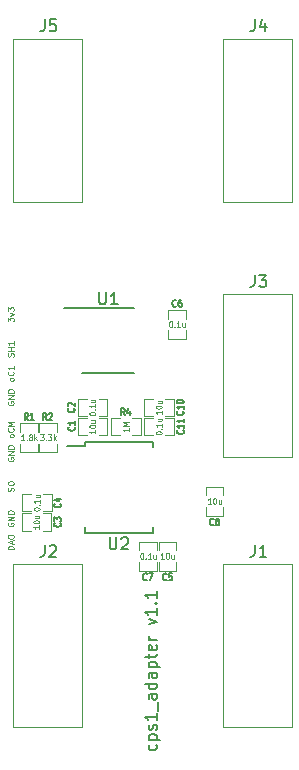
<source format=gbr>
G04 #@! TF.GenerationSoftware,KiCad,Pcbnew,5.1.2+dfsg1-1*
G04 #@! TF.CreationDate,2019-07-23T12:53:29+03:00*
G04 #@! TF.ProjectId,cps1_adapter,63707331-5f61-4646-9170-7465722e6b69,rev?*
G04 #@! TF.SameCoordinates,Original*
G04 #@! TF.FileFunction,Legend,Top*
G04 #@! TF.FilePolarity,Positive*
%FSLAX46Y46*%
G04 Gerber Fmt 4.6, Leading zero omitted, Abs format (unit mm)*
G04 Created by KiCad (PCBNEW 5.1.2+dfsg1-1) date 2019-07-23 12:53:29*
%MOMM*%
%LPD*%
G04 APERTURE LIST*
%ADD10C,0.200000*%
%ADD11C,0.150000*%
%ADD12C,0.120000*%
%ADD13C,0.119380*%
%ADD14C,0.127000*%
%ADD15C,0.114300*%
%ADD16C,0.100000*%
G04 APERTURE END LIST*
D10*
X56444761Y-93481904D02*
X56492380Y-93577142D01*
X56492380Y-93767619D01*
X56444761Y-93862857D01*
X56397142Y-93910476D01*
X56301904Y-93958095D01*
X56016190Y-93958095D01*
X55920952Y-93910476D01*
X55873333Y-93862857D01*
X55825714Y-93767619D01*
X55825714Y-93577142D01*
X55873333Y-93481904D01*
X55825714Y-93053333D02*
X56825714Y-93053333D01*
X55873333Y-93053333D02*
X55825714Y-92958095D01*
X55825714Y-92767619D01*
X55873333Y-92672380D01*
X55920952Y-92624761D01*
X56016190Y-92577142D01*
X56301904Y-92577142D01*
X56397142Y-92624761D01*
X56444761Y-92672380D01*
X56492380Y-92767619D01*
X56492380Y-92958095D01*
X56444761Y-93053333D01*
X56444761Y-92196190D02*
X56492380Y-92100952D01*
X56492380Y-91910476D01*
X56444761Y-91815238D01*
X56349523Y-91767619D01*
X56301904Y-91767619D01*
X56206666Y-91815238D01*
X56159047Y-91910476D01*
X56159047Y-92053333D01*
X56111428Y-92148571D01*
X56016190Y-92196190D01*
X55968571Y-92196190D01*
X55873333Y-92148571D01*
X55825714Y-92053333D01*
X55825714Y-91910476D01*
X55873333Y-91815238D01*
X56492380Y-90815238D02*
X56492380Y-91386666D01*
X56492380Y-91100952D02*
X55492380Y-91100952D01*
X55635238Y-91196190D01*
X55730476Y-91291428D01*
X55778095Y-91386666D01*
X56587619Y-90624761D02*
X56587619Y-89862857D01*
X56492380Y-89196190D02*
X55968571Y-89196190D01*
X55873333Y-89243809D01*
X55825714Y-89339047D01*
X55825714Y-89529523D01*
X55873333Y-89624761D01*
X56444761Y-89196190D02*
X56492380Y-89291428D01*
X56492380Y-89529523D01*
X56444761Y-89624761D01*
X56349523Y-89672380D01*
X56254285Y-89672380D01*
X56159047Y-89624761D01*
X56111428Y-89529523D01*
X56111428Y-89291428D01*
X56063809Y-89196190D01*
X56492380Y-88291428D02*
X55492380Y-88291428D01*
X56444761Y-88291428D02*
X56492380Y-88386666D01*
X56492380Y-88577142D01*
X56444761Y-88672380D01*
X56397142Y-88720000D01*
X56301904Y-88767619D01*
X56016190Y-88767619D01*
X55920952Y-88720000D01*
X55873333Y-88672380D01*
X55825714Y-88577142D01*
X55825714Y-88386666D01*
X55873333Y-88291428D01*
X56492380Y-87386666D02*
X55968571Y-87386666D01*
X55873333Y-87434285D01*
X55825714Y-87529523D01*
X55825714Y-87720000D01*
X55873333Y-87815238D01*
X56444761Y-87386666D02*
X56492380Y-87481904D01*
X56492380Y-87720000D01*
X56444761Y-87815238D01*
X56349523Y-87862857D01*
X56254285Y-87862857D01*
X56159047Y-87815238D01*
X56111428Y-87720000D01*
X56111428Y-87481904D01*
X56063809Y-87386666D01*
X55825714Y-86910476D02*
X56825714Y-86910476D01*
X55873333Y-86910476D02*
X55825714Y-86815238D01*
X55825714Y-86624761D01*
X55873333Y-86529523D01*
X55920952Y-86481904D01*
X56016190Y-86434285D01*
X56301904Y-86434285D01*
X56397142Y-86481904D01*
X56444761Y-86529523D01*
X56492380Y-86624761D01*
X56492380Y-86815238D01*
X56444761Y-86910476D01*
X55825714Y-86148571D02*
X55825714Y-85767619D01*
X55492380Y-86005714D02*
X56349523Y-86005714D01*
X56444761Y-85958095D01*
X56492380Y-85862857D01*
X56492380Y-85767619D01*
X56444761Y-85053333D02*
X56492380Y-85148571D01*
X56492380Y-85339047D01*
X56444761Y-85434285D01*
X56349523Y-85481904D01*
X55968571Y-85481904D01*
X55873333Y-85434285D01*
X55825714Y-85339047D01*
X55825714Y-85148571D01*
X55873333Y-85053333D01*
X55968571Y-85005714D01*
X56063809Y-85005714D01*
X56159047Y-85481904D01*
X56492380Y-84577142D02*
X55825714Y-84577142D01*
X56016190Y-84577142D02*
X55920952Y-84529523D01*
X55873333Y-84481904D01*
X55825714Y-84386666D01*
X55825714Y-84291428D01*
X55825714Y-83291428D02*
X56492380Y-83053333D01*
X55825714Y-82815238D01*
X56492380Y-81910476D02*
X56492380Y-82481904D01*
X56492380Y-82196190D02*
X55492380Y-82196190D01*
X55635238Y-82291428D01*
X55730476Y-82386666D01*
X55778095Y-82481904D01*
X56397142Y-81481904D02*
X56444761Y-81434285D01*
X56492380Y-81481904D01*
X56444761Y-81529523D01*
X56397142Y-81481904D01*
X56492380Y-81481904D01*
X56492380Y-80481904D02*
X56492380Y-81053333D01*
X56492380Y-80767619D02*
X55492380Y-80767619D01*
X55635238Y-80862857D01*
X55730476Y-80958095D01*
X55778095Y-81053333D01*
D11*
X50475000Y-67855000D02*
X50475000Y-68205000D01*
X56225000Y-67855000D02*
X56225000Y-68305000D01*
X56225000Y-75505000D02*
X56225000Y-75055000D01*
X50475000Y-75505000D02*
X50475000Y-75055000D01*
X50475000Y-67855000D02*
X56225000Y-67855000D01*
X50475000Y-75505000D02*
X56225000Y-75505000D01*
X50475000Y-68205000D02*
X48875000Y-68205000D01*
X50190000Y-62005000D02*
X54590000Y-62005000D01*
X48615000Y-56480000D02*
X54590000Y-56480000D01*
D12*
X50155000Y-33680000D02*
X44355000Y-33680000D01*
X44355000Y-33680000D02*
X44355000Y-47480000D01*
X44355000Y-47480000D02*
X50155000Y-47480000D01*
X50155000Y-47480000D02*
X50155000Y-33680000D01*
X67935000Y-69120000D02*
X67935000Y-55320000D01*
X62135000Y-69120000D02*
X67935000Y-69120000D01*
X62135000Y-55320000D02*
X62135000Y-69120000D01*
X67935000Y-55320000D02*
X62135000Y-55320000D01*
X50155000Y-78180000D02*
X44355000Y-78180000D01*
X44355000Y-78180000D02*
X44355000Y-91980000D01*
X44355000Y-91980000D02*
X50155000Y-91980000D01*
X50155000Y-91980000D02*
X50155000Y-78180000D01*
X67935000Y-91980000D02*
X67935000Y-78180000D01*
X62135000Y-91980000D02*
X67935000Y-91980000D01*
X62135000Y-78180000D02*
X62135000Y-91980000D01*
X67935000Y-78180000D02*
X62135000Y-78180000D01*
X67935000Y-33680000D02*
X62135000Y-33680000D01*
X62135000Y-33680000D02*
X62135000Y-47480000D01*
X62135000Y-47480000D02*
X67935000Y-47480000D01*
X67935000Y-47480000D02*
X67935000Y-33680000D01*
D13*
X50589620Y-64165940D02*
X49891120Y-64165940D01*
X51590380Y-64165940D02*
X52288880Y-64165940D01*
X50589620Y-65634060D02*
X49891120Y-65634060D01*
X52288880Y-65634060D02*
X51590380Y-65634060D01*
X49850480Y-65636600D02*
X49850480Y-64163400D01*
X52329520Y-64163400D02*
X52329520Y-65636600D01*
X47589520Y-73873400D02*
X47589520Y-75346600D01*
X45110480Y-75346600D02*
X45110480Y-73873400D01*
X47548880Y-75344060D02*
X46850380Y-75344060D01*
X45849620Y-75344060D02*
X45151120Y-75344060D01*
X46850380Y-73875940D02*
X47548880Y-73875940D01*
X45849620Y-73875940D02*
X45151120Y-73875940D01*
X45859620Y-72245940D02*
X45161120Y-72245940D01*
X46860380Y-72245940D02*
X47558880Y-72245940D01*
X45859620Y-73714060D02*
X45161120Y-73714060D01*
X47558880Y-73714060D02*
X46860380Y-73714060D01*
X45120480Y-73716600D02*
X45120480Y-72243400D01*
X47599520Y-72243400D02*
X47599520Y-73716600D01*
X56675940Y-78010380D02*
X56675940Y-78708880D01*
X56675940Y-77009620D02*
X56675940Y-76311120D01*
X58144060Y-78010380D02*
X58144060Y-78708880D01*
X58144060Y-76311120D02*
X58144060Y-77009620D01*
X58146600Y-78749520D02*
X56673400Y-78749520D01*
X56673400Y-76270480D02*
X58146600Y-76270480D01*
X57200380Y-67264060D02*
X57898880Y-67264060D01*
X56199620Y-67264060D02*
X55501120Y-67264060D01*
X57200380Y-65795940D02*
X57898880Y-65795940D01*
X55501120Y-65795940D02*
X56199620Y-65795940D01*
X57939520Y-65793400D02*
X57939520Y-67266600D01*
X55460480Y-67266600D02*
X55460480Y-65793400D01*
X55450480Y-65636600D02*
X55450480Y-64163400D01*
X57929520Y-64163400D02*
X57929520Y-65636600D01*
X55491120Y-64165940D02*
X56189620Y-64165940D01*
X57190380Y-64165940D02*
X57888880Y-64165940D01*
X56189620Y-65634060D02*
X55491120Y-65634060D01*
X57190380Y-65634060D02*
X57888880Y-65634060D01*
X62136600Y-74099520D02*
X60663400Y-74099520D01*
X60663400Y-71620480D02*
X62136600Y-71620480D01*
X60665940Y-74058880D02*
X60665940Y-73360380D01*
X60665940Y-72359620D02*
X60665940Y-71661120D01*
X62134060Y-73360380D02*
X62134060Y-74058880D01*
X62134060Y-72359620D02*
X62134060Y-71661120D01*
X55045940Y-78010380D02*
X55045940Y-78708880D01*
X55045940Y-77009620D02*
X55045940Y-76311120D01*
X56514060Y-78010380D02*
X56514060Y-78708880D01*
X56514060Y-76311120D02*
X56514060Y-77009620D01*
X56516600Y-78749520D02*
X55043400Y-78749520D01*
X55043400Y-76270480D02*
X56516600Y-76270480D01*
X57493400Y-56650480D02*
X58966600Y-56650480D01*
X58966600Y-59129520D02*
X57493400Y-59129520D01*
X58964060Y-56691120D02*
X58964060Y-57389620D01*
X58964060Y-58390380D02*
X58964060Y-59088880D01*
X57495940Y-57389620D02*
X57495940Y-56691120D01*
X57495940Y-58390380D02*
X57495940Y-59088880D01*
X50589620Y-65795940D02*
X49891120Y-65795940D01*
X51590380Y-65795940D02*
X52288880Y-65795940D01*
X50589620Y-67264060D02*
X49891120Y-67264060D01*
X52288880Y-67264060D02*
X51590380Y-67264060D01*
X49850480Y-67266600D02*
X49850480Y-65793400D01*
X52329520Y-65793400D02*
X52329520Y-67266600D01*
X54400380Y-67274060D02*
X55098880Y-67274060D01*
X53399620Y-67274060D02*
X52701120Y-67274060D01*
X54400380Y-65805940D02*
X55098880Y-65805940D01*
X52701120Y-65805940D02*
X53399620Y-65805940D01*
X55139520Y-65803400D02*
X55139520Y-67276600D01*
X52660480Y-67276600D02*
X52660480Y-65803400D01*
X48044060Y-66979620D02*
X48044060Y-66281120D01*
X48044060Y-67980380D02*
X48044060Y-68678880D01*
X46575940Y-66979620D02*
X46575940Y-66281120D01*
X46575940Y-68678880D02*
X46575940Y-67980380D01*
X46573400Y-66240480D02*
X48046600Y-66240480D01*
X48046600Y-68719520D02*
X46573400Y-68719520D01*
X44953400Y-66240480D02*
X46426600Y-66240480D01*
X46426600Y-68719520D02*
X44953400Y-68719520D01*
X46424060Y-66281120D02*
X46424060Y-66979620D01*
X46424060Y-67980380D02*
X46424060Y-68678880D01*
X44955940Y-66979620D02*
X44955940Y-66281120D01*
X44955940Y-67980380D02*
X44955940Y-68678880D01*
D11*
X52518095Y-75922380D02*
X52518095Y-76731904D01*
X52565714Y-76827142D01*
X52613333Y-76874761D01*
X52708571Y-76922380D01*
X52899047Y-76922380D01*
X52994285Y-76874761D01*
X53041904Y-76827142D01*
X53089523Y-76731904D01*
X53089523Y-75922380D01*
X53518095Y-76017619D02*
X53565714Y-75970000D01*
X53660952Y-75922380D01*
X53899047Y-75922380D01*
X53994285Y-75970000D01*
X54041904Y-76017619D01*
X54089523Y-76112857D01*
X54089523Y-76208095D01*
X54041904Y-76350952D01*
X53470476Y-76922380D01*
X54089523Y-76922380D01*
X51628095Y-55182380D02*
X51628095Y-55991904D01*
X51675714Y-56087142D01*
X51723333Y-56134761D01*
X51818571Y-56182380D01*
X52009047Y-56182380D01*
X52104285Y-56134761D01*
X52151904Y-56087142D01*
X52199523Y-55991904D01*
X52199523Y-55182380D01*
X53199523Y-56182380D02*
X52628095Y-56182380D01*
X52913809Y-56182380D02*
X52913809Y-55182380D01*
X52818571Y-55325238D01*
X52723333Y-55420476D01*
X52628095Y-55468095D01*
X47008026Y-32064400D02*
X47008026Y-32778686D01*
X46960407Y-32921543D01*
X46865169Y-33016781D01*
X46722312Y-33064400D01*
X46627074Y-33064400D01*
X47960407Y-32064400D02*
X47484217Y-32064400D01*
X47436598Y-32540591D01*
X47484217Y-32492972D01*
X47579455Y-32445353D01*
X47817550Y-32445353D01*
X47912788Y-32492972D01*
X47960407Y-32540591D01*
X48008026Y-32635829D01*
X48008026Y-32873924D01*
X47960407Y-32969162D01*
X47912788Y-33016781D01*
X47817550Y-33064400D01*
X47579455Y-33064400D01*
X47484217Y-33016781D01*
X47436598Y-32969162D01*
X64788026Y-53704400D02*
X64788026Y-54418686D01*
X64740407Y-54561543D01*
X64645169Y-54656781D01*
X64502312Y-54704400D01*
X64407074Y-54704400D01*
X65168979Y-53704400D02*
X65788026Y-53704400D01*
X65454693Y-54085353D01*
X65597550Y-54085353D01*
X65692788Y-54132972D01*
X65740407Y-54180591D01*
X65788026Y-54275829D01*
X65788026Y-54513924D01*
X65740407Y-54609162D01*
X65692788Y-54656781D01*
X65597550Y-54704400D01*
X65311836Y-54704400D01*
X65216598Y-54656781D01*
X65168979Y-54609162D01*
X47008026Y-76564400D02*
X47008026Y-77278686D01*
X46960407Y-77421543D01*
X46865169Y-77516781D01*
X46722312Y-77564400D01*
X46627074Y-77564400D01*
X47436598Y-76659639D02*
X47484217Y-76612020D01*
X47579455Y-76564400D01*
X47817550Y-76564400D01*
X47912788Y-76612020D01*
X47960407Y-76659639D01*
X48008026Y-76754877D01*
X48008026Y-76850115D01*
X47960407Y-76992972D01*
X47388979Y-77564400D01*
X48008026Y-77564400D01*
X64788026Y-76564400D02*
X64788026Y-77278686D01*
X64740407Y-77421543D01*
X64645169Y-77516781D01*
X64502312Y-77564400D01*
X64407074Y-77564400D01*
X65788026Y-77564400D02*
X65216598Y-77564400D01*
X65502312Y-77564400D02*
X65502312Y-76564400D01*
X65407074Y-76707258D01*
X65311836Y-76802496D01*
X65216598Y-76850115D01*
X64788026Y-32064400D02*
X64788026Y-32778686D01*
X64740407Y-32921543D01*
X64645169Y-33016781D01*
X64502312Y-33064400D01*
X64407074Y-33064400D01*
X65692788Y-32397734D02*
X65692788Y-33064400D01*
X65454693Y-32016781D02*
X65216598Y-32731067D01*
X65835645Y-32731067D01*
D14*
X49508642Y-64994666D02*
X49536461Y-65018857D01*
X49564280Y-65091428D01*
X49564280Y-65139809D01*
X49536461Y-65212380D01*
X49480823Y-65260761D01*
X49425185Y-65284952D01*
X49313909Y-65309142D01*
X49230452Y-65309142D01*
X49119176Y-65284952D01*
X49063538Y-65260761D01*
X49007900Y-65212380D01*
X48980080Y-65139809D01*
X48980080Y-65091428D01*
X49007900Y-65018857D01*
X49035719Y-64994666D01*
X49035719Y-64801142D02*
X49007900Y-64776952D01*
X48980080Y-64728571D01*
X48980080Y-64607619D01*
X49007900Y-64559238D01*
X49035719Y-64535047D01*
X49091357Y-64510857D01*
X49146995Y-64510857D01*
X49230452Y-64535047D01*
X49564280Y-64825333D01*
X49564280Y-64510857D01*
D15*
X50811809Y-65455171D02*
X50811809Y-65411628D01*
X50836000Y-65368085D01*
X50860190Y-65346314D01*
X50908571Y-65324542D01*
X51005333Y-65302771D01*
X51126285Y-65302771D01*
X51223047Y-65324542D01*
X51271428Y-65346314D01*
X51295619Y-65368085D01*
X51319809Y-65411628D01*
X51319809Y-65455171D01*
X51295619Y-65498714D01*
X51271428Y-65520485D01*
X51223047Y-65542257D01*
X51126285Y-65564028D01*
X51005333Y-65564028D01*
X50908571Y-65542257D01*
X50860190Y-65520485D01*
X50836000Y-65498714D01*
X50811809Y-65455171D01*
X51271428Y-65106828D02*
X51295619Y-65085057D01*
X51319809Y-65106828D01*
X51295619Y-65128600D01*
X51271428Y-65106828D01*
X51319809Y-65106828D01*
X51319809Y-64649628D02*
X51319809Y-64910885D01*
X51319809Y-64780257D02*
X50811809Y-64780257D01*
X50884380Y-64823800D01*
X50932761Y-64867342D01*
X50956952Y-64910885D01*
X50981142Y-64257742D02*
X51319809Y-64257742D01*
X50981142Y-64453685D02*
X51247238Y-64453685D01*
X51295619Y-64431914D01*
X51319809Y-64388371D01*
X51319809Y-64323057D01*
X51295619Y-64279514D01*
X51271428Y-64257742D01*
D14*
X48336642Y-74694666D02*
X48364461Y-74718857D01*
X48392280Y-74791428D01*
X48392280Y-74839809D01*
X48364461Y-74912380D01*
X48308823Y-74960761D01*
X48253185Y-74984952D01*
X48141909Y-75009142D01*
X48058452Y-75009142D01*
X47947176Y-74984952D01*
X47891538Y-74960761D01*
X47835900Y-74912380D01*
X47808080Y-74839809D01*
X47808080Y-74791428D01*
X47835900Y-74718857D01*
X47863719Y-74694666D01*
X47808080Y-74525333D02*
X47808080Y-74210857D01*
X48030633Y-74380190D01*
X48030633Y-74307619D01*
X48058452Y-74259238D01*
X48086271Y-74235047D01*
X48141909Y-74210857D01*
X48281004Y-74210857D01*
X48336642Y-74235047D01*
X48364461Y-74259238D01*
X48392280Y-74307619D01*
X48392280Y-74452761D01*
X48364461Y-74501142D01*
X48336642Y-74525333D01*
D15*
X46579809Y-74903914D02*
X46579809Y-75165171D01*
X46579809Y-75034542D02*
X46071809Y-75034542D01*
X46144380Y-75078085D01*
X46192761Y-75121628D01*
X46216952Y-75165171D01*
X46071809Y-74620885D02*
X46071809Y-74577342D01*
X46096000Y-74533800D01*
X46120190Y-74512028D01*
X46168571Y-74490257D01*
X46265333Y-74468485D01*
X46386285Y-74468485D01*
X46483047Y-74490257D01*
X46531428Y-74512028D01*
X46555619Y-74533800D01*
X46579809Y-74577342D01*
X46579809Y-74620885D01*
X46555619Y-74664428D01*
X46531428Y-74686200D01*
X46483047Y-74707971D01*
X46386285Y-74729742D01*
X46265333Y-74729742D01*
X46168571Y-74707971D01*
X46120190Y-74686200D01*
X46096000Y-74664428D01*
X46071809Y-74620885D01*
X46241142Y-74076600D02*
X46579809Y-74076600D01*
X46241142Y-74272542D02*
X46507238Y-74272542D01*
X46555619Y-74250771D01*
X46579809Y-74207228D01*
X46579809Y-74141914D01*
X46555619Y-74098371D01*
X46531428Y-74076600D01*
D14*
X48346642Y-73064666D02*
X48374461Y-73088857D01*
X48402280Y-73161428D01*
X48402280Y-73209809D01*
X48374461Y-73282380D01*
X48318823Y-73330761D01*
X48263185Y-73354952D01*
X48151909Y-73379142D01*
X48068452Y-73379142D01*
X47957176Y-73354952D01*
X47901538Y-73330761D01*
X47845900Y-73282380D01*
X47818080Y-73209809D01*
X47818080Y-73161428D01*
X47845900Y-73088857D01*
X47873719Y-73064666D01*
X48012814Y-72629238D02*
X48402280Y-72629238D01*
X47790261Y-72750190D02*
X48207547Y-72871142D01*
X48207547Y-72556666D01*
D15*
X46081809Y-73535171D02*
X46081809Y-73491628D01*
X46106000Y-73448085D01*
X46130190Y-73426314D01*
X46178571Y-73404542D01*
X46275333Y-73382771D01*
X46396285Y-73382771D01*
X46493047Y-73404542D01*
X46541428Y-73426314D01*
X46565619Y-73448085D01*
X46589809Y-73491628D01*
X46589809Y-73535171D01*
X46565619Y-73578714D01*
X46541428Y-73600485D01*
X46493047Y-73622257D01*
X46396285Y-73644028D01*
X46275333Y-73644028D01*
X46178571Y-73622257D01*
X46130190Y-73600485D01*
X46106000Y-73578714D01*
X46081809Y-73535171D01*
X46541428Y-73186828D02*
X46565619Y-73165057D01*
X46589809Y-73186828D01*
X46565619Y-73208600D01*
X46541428Y-73186828D01*
X46589809Y-73186828D01*
X46589809Y-72729628D02*
X46589809Y-72990885D01*
X46589809Y-72860257D02*
X46081809Y-72860257D01*
X46154380Y-72903800D01*
X46202761Y-72947342D01*
X46226952Y-72990885D01*
X46251142Y-72337742D02*
X46589809Y-72337742D01*
X46251142Y-72533685D02*
X46517238Y-72533685D01*
X46565619Y-72511914D01*
X46589809Y-72468371D01*
X46589809Y-72403057D01*
X46565619Y-72359514D01*
X46541428Y-72337742D01*
D14*
X57335333Y-79488642D02*
X57311142Y-79516461D01*
X57238571Y-79544280D01*
X57190190Y-79544280D01*
X57117619Y-79516461D01*
X57069238Y-79460823D01*
X57045047Y-79405185D01*
X57020857Y-79293909D01*
X57020857Y-79210452D01*
X57045047Y-79099176D01*
X57069238Y-79043538D01*
X57117619Y-78987900D01*
X57190190Y-78960080D01*
X57238571Y-78960080D01*
X57311142Y-78987900D01*
X57335333Y-79015719D01*
X57794952Y-78960080D02*
X57553047Y-78960080D01*
X57528857Y-79238271D01*
X57553047Y-79210452D01*
X57601428Y-79182633D01*
X57722380Y-79182633D01*
X57770761Y-79210452D01*
X57794952Y-79238271D01*
X57819142Y-79293909D01*
X57819142Y-79433004D01*
X57794952Y-79488642D01*
X57770761Y-79516461D01*
X57722380Y-79544280D01*
X57601428Y-79544280D01*
X57553047Y-79516461D01*
X57528857Y-79488642D01*
D15*
X57116085Y-77739809D02*
X56854828Y-77739809D01*
X56985457Y-77739809D02*
X56985457Y-77231809D01*
X56941914Y-77304380D01*
X56898371Y-77352761D01*
X56854828Y-77376952D01*
X57399114Y-77231809D02*
X57442657Y-77231809D01*
X57486200Y-77256000D01*
X57507971Y-77280190D01*
X57529742Y-77328571D01*
X57551514Y-77425333D01*
X57551514Y-77546285D01*
X57529742Y-77643047D01*
X57507971Y-77691428D01*
X57486200Y-77715619D01*
X57442657Y-77739809D01*
X57399114Y-77739809D01*
X57355571Y-77715619D01*
X57333800Y-77691428D01*
X57312028Y-77643047D01*
X57290257Y-77546285D01*
X57290257Y-77425333D01*
X57312028Y-77328571D01*
X57333800Y-77280190D01*
X57355571Y-77256000D01*
X57399114Y-77231809D01*
X57943400Y-77401142D02*
X57943400Y-77739809D01*
X57747457Y-77401142D02*
X57747457Y-77667238D01*
X57769228Y-77715619D01*
X57812771Y-77739809D01*
X57878085Y-77739809D01*
X57921628Y-77715619D01*
X57943400Y-77691428D01*
D14*
X58748642Y-66846571D02*
X58776461Y-66870761D01*
X58804280Y-66943333D01*
X58804280Y-66991714D01*
X58776461Y-67064285D01*
X58720823Y-67112666D01*
X58665185Y-67136857D01*
X58553909Y-67161047D01*
X58470452Y-67161047D01*
X58359176Y-67136857D01*
X58303538Y-67112666D01*
X58247900Y-67064285D01*
X58220080Y-66991714D01*
X58220080Y-66943333D01*
X58247900Y-66870761D01*
X58275719Y-66846571D01*
X58804280Y-66362761D02*
X58804280Y-66653047D01*
X58804280Y-66507904D02*
X58220080Y-66507904D01*
X58303538Y-66556285D01*
X58359176Y-66604666D01*
X58386995Y-66653047D01*
X58804280Y-65878952D02*
X58804280Y-66169238D01*
X58804280Y-66024095D02*
X58220080Y-66024095D01*
X58303538Y-66072476D01*
X58359176Y-66120857D01*
X58386995Y-66169238D01*
D15*
X56421809Y-67085171D02*
X56421809Y-67041628D01*
X56446000Y-66998085D01*
X56470190Y-66976314D01*
X56518571Y-66954542D01*
X56615333Y-66932771D01*
X56736285Y-66932771D01*
X56833047Y-66954542D01*
X56881428Y-66976314D01*
X56905619Y-66998085D01*
X56929809Y-67041628D01*
X56929809Y-67085171D01*
X56905619Y-67128714D01*
X56881428Y-67150485D01*
X56833047Y-67172257D01*
X56736285Y-67194028D01*
X56615333Y-67194028D01*
X56518571Y-67172257D01*
X56470190Y-67150485D01*
X56446000Y-67128714D01*
X56421809Y-67085171D01*
X56881428Y-66736828D02*
X56905619Y-66715057D01*
X56929809Y-66736828D01*
X56905619Y-66758600D01*
X56881428Y-66736828D01*
X56929809Y-66736828D01*
X56929809Y-66279628D02*
X56929809Y-66540885D01*
X56929809Y-66410257D02*
X56421809Y-66410257D01*
X56494380Y-66453800D01*
X56542761Y-66497342D01*
X56566952Y-66540885D01*
X56591142Y-65887742D02*
X56929809Y-65887742D01*
X56591142Y-66083685D02*
X56857238Y-66083685D01*
X56905619Y-66061914D01*
X56929809Y-66018371D01*
X56929809Y-65953057D01*
X56905619Y-65909514D01*
X56881428Y-65887742D01*
D14*
X58728642Y-65236571D02*
X58756461Y-65260761D01*
X58784280Y-65333333D01*
X58784280Y-65381714D01*
X58756461Y-65454285D01*
X58700823Y-65502666D01*
X58645185Y-65526857D01*
X58533909Y-65551047D01*
X58450452Y-65551047D01*
X58339176Y-65526857D01*
X58283538Y-65502666D01*
X58227900Y-65454285D01*
X58200080Y-65381714D01*
X58200080Y-65333333D01*
X58227900Y-65260761D01*
X58255719Y-65236571D01*
X58784280Y-64752761D02*
X58784280Y-65043047D01*
X58784280Y-64897904D02*
X58200080Y-64897904D01*
X58283538Y-64946285D01*
X58339176Y-64994666D01*
X58366995Y-65043047D01*
X58200080Y-64438285D02*
X58200080Y-64389904D01*
X58227900Y-64341523D01*
X58255719Y-64317333D01*
X58311357Y-64293142D01*
X58422633Y-64268952D01*
X58561728Y-64268952D01*
X58673004Y-64293142D01*
X58728642Y-64317333D01*
X58756461Y-64341523D01*
X58784280Y-64389904D01*
X58784280Y-64438285D01*
X58756461Y-64486666D01*
X58728642Y-64510857D01*
X58673004Y-64535047D01*
X58561728Y-64559238D01*
X58422633Y-64559238D01*
X58311357Y-64535047D01*
X58255719Y-64510857D01*
X58227900Y-64486666D01*
X58200080Y-64438285D01*
D15*
X56919809Y-65193914D02*
X56919809Y-65455171D01*
X56919809Y-65324542D02*
X56411809Y-65324542D01*
X56484380Y-65368085D01*
X56532761Y-65411628D01*
X56556952Y-65455171D01*
X56411809Y-64910885D02*
X56411809Y-64867342D01*
X56436000Y-64823800D01*
X56460190Y-64802028D01*
X56508571Y-64780257D01*
X56605333Y-64758485D01*
X56726285Y-64758485D01*
X56823047Y-64780257D01*
X56871428Y-64802028D01*
X56895619Y-64823800D01*
X56919809Y-64867342D01*
X56919809Y-64910885D01*
X56895619Y-64954428D01*
X56871428Y-64976200D01*
X56823047Y-64997971D01*
X56726285Y-65019742D01*
X56605333Y-65019742D01*
X56508571Y-64997971D01*
X56460190Y-64976200D01*
X56436000Y-64954428D01*
X56411809Y-64910885D01*
X56581142Y-64366600D02*
X56919809Y-64366600D01*
X56581142Y-64562542D02*
X56847238Y-64562542D01*
X56895619Y-64540771D01*
X56919809Y-64497228D01*
X56919809Y-64431914D01*
X56895619Y-64388371D01*
X56871428Y-64366600D01*
D14*
X61315333Y-74846642D02*
X61291142Y-74874461D01*
X61218571Y-74902280D01*
X61170190Y-74902280D01*
X61097619Y-74874461D01*
X61049238Y-74818823D01*
X61025047Y-74763185D01*
X61000857Y-74651909D01*
X61000857Y-74568452D01*
X61025047Y-74457176D01*
X61049238Y-74401538D01*
X61097619Y-74345900D01*
X61170190Y-74318080D01*
X61218571Y-74318080D01*
X61291142Y-74345900D01*
X61315333Y-74373719D01*
X61605619Y-74568452D02*
X61557238Y-74540633D01*
X61533047Y-74512814D01*
X61508857Y-74457176D01*
X61508857Y-74429357D01*
X61533047Y-74373719D01*
X61557238Y-74345900D01*
X61605619Y-74318080D01*
X61702380Y-74318080D01*
X61750761Y-74345900D01*
X61774952Y-74373719D01*
X61799142Y-74429357D01*
X61799142Y-74457176D01*
X61774952Y-74512814D01*
X61750761Y-74540633D01*
X61702380Y-74568452D01*
X61605619Y-74568452D01*
X61557238Y-74596271D01*
X61533047Y-74624090D01*
X61508857Y-74679728D01*
X61508857Y-74791004D01*
X61533047Y-74846642D01*
X61557238Y-74874461D01*
X61605619Y-74902280D01*
X61702380Y-74902280D01*
X61750761Y-74874461D01*
X61774952Y-74846642D01*
X61799142Y-74791004D01*
X61799142Y-74679728D01*
X61774952Y-74624090D01*
X61750761Y-74596271D01*
X61702380Y-74568452D01*
D15*
X61106085Y-73089809D02*
X60844828Y-73089809D01*
X60975457Y-73089809D02*
X60975457Y-72581809D01*
X60931914Y-72654380D01*
X60888371Y-72702761D01*
X60844828Y-72726952D01*
X61389114Y-72581809D02*
X61432657Y-72581809D01*
X61476200Y-72606000D01*
X61497971Y-72630190D01*
X61519742Y-72678571D01*
X61541514Y-72775333D01*
X61541514Y-72896285D01*
X61519742Y-72993047D01*
X61497971Y-73041428D01*
X61476200Y-73065619D01*
X61432657Y-73089809D01*
X61389114Y-73089809D01*
X61345571Y-73065619D01*
X61323800Y-73041428D01*
X61302028Y-72993047D01*
X61280257Y-72896285D01*
X61280257Y-72775333D01*
X61302028Y-72678571D01*
X61323800Y-72630190D01*
X61345571Y-72606000D01*
X61389114Y-72581809D01*
X61933400Y-72751142D02*
X61933400Y-73089809D01*
X61737457Y-72751142D02*
X61737457Y-73017238D01*
X61759228Y-73065619D01*
X61802771Y-73089809D01*
X61868085Y-73089809D01*
X61911628Y-73065619D01*
X61933400Y-73041428D01*
D14*
X55675333Y-79498642D02*
X55651142Y-79526461D01*
X55578571Y-79554280D01*
X55530190Y-79554280D01*
X55457619Y-79526461D01*
X55409238Y-79470823D01*
X55385047Y-79415185D01*
X55360857Y-79303909D01*
X55360857Y-79220452D01*
X55385047Y-79109176D01*
X55409238Y-79053538D01*
X55457619Y-78997900D01*
X55530190Y-78970080D01*
X55578571Y-78970080D01*
X55651142Y-78997900D01*
X55675333Y-79025719D01*
X55844666Y-78970080D02*
X56183333Y-78970080D01*
X55965619Y-79554280D01*
D15*
X55224828Y-77231809D02*
X55268371Y-77231809D01*
X55311914Y-77256000D01*
X55333685Y-77280190D01*
X55355457Y-77328571D01*
X55377228Y-77425333D01*
X55377228Y-77546285D01*
X55355457Y-77643047D01*
X55333685Y-77691428D01*
X55311914Y-77715619D01*
X55268371Y-77739809D01*
X55224828Y-77739809D01*
X55181285Y-77715619D01*
X55159514Y-77691428D01*
X55137742Y-77643047D01*
X55115971Y-77546285D01*
X55115971Y-77425333D01*
X55137742Y-77328571D01*
X55159514Y-77280190D01*
X55181285Y-77256000D01*
X55224828Y-77231809D01*
X55573171Y-77691428D02*
X55594942Y-77715619D01*
X55573171Y-77739809D01*
X55551400Y-77715619D01*
X55573171Y-77691428D01*
X55573171Y-77739809D01*
X56030371Y-77739809D02*
X55769114Y-77739809D01*
X55899742Y-77739809D02*
X55899742Y-77231809D01*
X55856200Y-77304380D01*
X55812657Y-77352761D01*
X55769114Y-77376952D01*
X56422257Y-77401142D02*
X56422257Y-77739809D01*
X56226314Y-77401142D02*
X56226314Y-77667238D01*
X56248085Y-77715619D01*
X56291628Y-77739809D01*
X56356942Y-77739809D01*
X56400485Y-77715619D01*
X56422257Y-77691428D01*
D14*
X58145333Y-56320642D02*
X58121142Y-56348461D01*
X58048571Y-56376280D01*
X58000190Y-56376280D01*
X57927619Y-56348461D01*
X57879238Y-56292823D01*
X57855047Y-56237185D01*
X57830857Y-56125909D01*
X57830857Y-56042452D01*
X57855047Y-55931176D01*
X57879238Y-55875538D01*
X57927619Y-55819900D01*
X58000190Y-55792080D01*
X58048571Y-55792080D01*
X58121142Y-55819900D01*
X58145333Y-55847719D01*
X58580761Y-55792080D02*
X58484000Y-55792080D01*
X58435619Y-55819900D01*
X58411428Y-55847719D01*
X58363047Y-55931176D01*
X58338857Y-56042452D01*
X58338857Y-56265004D01*
X58363047Y-56320642D01*
X58387238Y-56348461D01*
X58435619Y-56376280D01*
X58532380Y-56376280D01*
X58580761Y-56348461D01*
X58604952Y-56320642D01*
X58629142Y-56265004D01*
X58629142Y-56125909D01*
X58604952Y-56070271D01*
X58580761Y-56042452D01*
X58532380Y-56014633D01*
X58435619Y-56014633D01*
X58387238Y-56042452D01*
X58363047Y-56070271D01*
X58338857Y-56125909D01*
D15*
X57674828Y-57611809D02*
X57718371Y-57611809D01*
X57761914Y-57636000D01*
X57783685Y-57660190D01*
X57805457Y-57708571D01*
X57827228Y-57805333D01*
X57827228Y-57926285D01*
X57805457Y-58023047D01*
X57783685Y-58071428D01*
X57761914Y-58095619D01*
X57718371Y-58119809D01*
X57674828Y-58119809D01*
X57631285Y-58095619D01*
X57609514Y-58071428D01*
X57587742Y-58023047D01*
X57565971Y-57926285D01*
X57565971Y-57805333D01*
X57587742Y-57708571D01*
X57609514Y-57660190D01*
X57631285Y-57636000D01*
X57674828Y-57611809D01*
X58023171Y-58071428D02*
X58044942Y-58095619D01*
X58023171Y-58119809D01*
X58001400Y-58095619D01*
X58023171Y-58071428D01*
X58023171Y-58119809D01*
X58480371Y-58119809D02*
X58219114Y-58119809D01*
X58349742Y-58119809D02*
X58349742Y-57611809D01*
X58306200Y-57684380D01*
X58262657Y-57732761D01*
X58219114Y-57756952D01*
X58872257Y-57781142D02*
X58872257Y-58119809D01*
X58676314Y-57781142D02*
X58676314Y-58047238D01*
X58698085Y-58095619D01*
X58741628Y-58119809D01*
X58806942Y-58119809D01*
X58850485Y-58095619D01*
X58872257Y-58071428D01*
D14*
X49548642Y-66564666D02*
X49576461Y-66588857D01*
X49604280Y-66661428D01*
X49604280Y-66709809D01*
X49576461Y-66782380D01*
X49520823Y-66830761D01*
X49465185Y-66854952D01*
X49353909Y-66879142D01*
X49270452Y-66879142D01*
X49159176Y-66854952D01*
X49103538Y-66830761D01*
X49047900Y-66782380D01*
X49020080Y-66709809D01*
X49020080Y-66661428D01*
X49047900Y-66588857D01*
X49075719Y-66564666D01*
X49604280Y-66080857D02*
X49604280Y-66371142D01*
X49604280Y-66226000D02*
X49020080Y-66226000D01*
X49103538Y-66274380D01*
X49159176Y-66322761D01*
X49186995Y-66371142D01*
D15*
X51319809Y-66823914D02*
X51319809Y-67085171D01*
X51319809Y-66954542D02*
X50811809Y-66954542D01*
X50884380Y-66998085D01*
X50932761Y-67041628D01*
X50956952Y-67085171D01*
X50811809Y-66540885D02*
X50811809Y-66497342D01*
X50836000Y-66453800D01*
X50860190Y-66432028D01*
X50908571Y-66410257D01*
X51005333Y-66388485D01*
X51126285Y-66388485D01*
X51223047Y-66410257D01*
X51271428Y-66432028D01*
X51295619Y-66453800D01*
X51319809Y-66497342D01*
X51319809Y-66540885D01*
X51295619Y-66584428D01*
X51271428Y-66606200D01*
X51223047Y-66627971D01*
X51126285Y-66649742D01*
X51005333Y-66649742D01*
X50908571Y-66627971D01*
X50860190Y-66606200D01*
X50836000Y-66584428D01*
X50811809Y-66540885D01*
X50981142Y-65996600D02*
X51319809Y-65996600D01*
X50981142Y-66192542D02*
X51247238Y-66192542D01*
X51295619Y-66170771D01*
X51319809Y-66127228D01*
X51319809Y-66061914D01*
X51295619Y-66018371D01*
X51271428Y-65996600D01*
D14*
X53795333Y-65564280D02*
X53626000Y-65286090D01*
X53505047Y-65564280D02*
X53505047Y-64980080D01*
X53698571Y-64980080D01*
X53746952Y-65007900D01*
X53771142Y-65035719D01*
X53795333Y-65091357D01*
X53795333Y-65174814D01*
X53771142Y-65230452D01*
X53746952Y-65258271D01*
X53698571Y-65286090D01*
X53505047Y-65286090D01*
X54230761Y-65174814D02*
X54230761Y-65564280D01*
X54109809Y-64952261D02*
X53988857Y-65369547D01*
X54303333Y-65369547D01*
D15*
X54129809Y-66670628D02*
X54129809Y-66931885D01*
X54129809Y-66801257D02*
X53621809Y-66801257D01*
X53694380Y-66844800D01*
X53742761Y-66888342D01*
X53766952Y-66931885D01*
X54129809Y-66474685D02*
X53621809Y-66474685D01*
X53984666Y-66322285D01*
X53621809Y-66169885D01*
X54129809Y-66169885D01*
D14*
X47195333Y-65984280D02*
X47026000Y-65706090D01*
X46905047Y-65984280D02*
X46905047Y-65400080D01*
X47098571Y-65400080D01*
X47146952Y-65427900D01*
X47171142Y-65455719D01*
X47195333Y-65511357D01*
X47195333Y-65594814D01*
X47171142Y-65650452D01*
X47146952Y-65678271D01*
X47098571Y-65706090D01*
X46905047Y-65706090D01*
X47388857Y-65455719D02*
X47413047Y-65427900D01*
X47461428Y-65400080D01*
X47582380Y-65400080D01*
X47630761Y-65427900D01*
X47654952Y-65455719D01*
X47679142Y-65511357D01*
X47679142Y-65566995D01*
X47654952Y-65650452D01*
X47364666Y-65984280D01*
X47679142Y-65984280D01*
D15*
X46645971Y-67201809D02*
X46929000Y-67201809D01*
X46776600Y-67395333D01*
X46841914Y-67395333D01*
X46885457Y-67419523D01*
X46907228Y-67443714D01*
X46929000Y-67492095D01*
X46929000Y-67613047D01*
X46907228Y-67661428D01*
X46885457Y-67685619D01*
X46841914Y-67709809D01*
X46711285Y-67709809D01*
X46667742Y-67685619D01*
X46645971Y-67661428D01*
X47124942Y-67661428D02*
X47146714Y-67685619D01*
X47124942Y-67709809D01*
X47103171Y-67685619D01*
X47124942Y-67661428D01*
X47124942Y-67709809D01*
X47299114Y-67201809D02*
X47582142Y-67201809D01*
X47429742Y-67395333D01*
X47495057Y-67395333D01*
X47538600Y-67419523D01*
X47560371Y-67443714D01*
X47582142Y-67492095D01*
X47582142Y-67613047D01*
X47560371Y-67661428D01*
X47538600Y-67685619D01*
X47495057Y-67709809D01*
X47364428Y-67709809D01*
X47320885Y-67685619D01*
X47299114Y-67661428D01*
X47778085Y-67709809D02*
X47778085Y-67201809D01*
X47821628Y-67516285D02*
X47952257Y-67709809D01*
X47952257Y-67371142D02*
X47778085Y-67564666D01*
D14*
X45605333Y-65966280D02*
X45436000Y-65688090D01*
X45315047Y-65966280D02*
X45315047Y-65382080D01*
X45508571Y-65382080D01*
X45556952Y-65409900D01*
X45581142Y-65437719D01*
X45605333Y-65493357D01*
X45605333Y-65576814D01*
X45581142Y-65632452D01*
X45556952Y-65660271D01*
X45508571Y-65688090D01*
X45315047Y-65688090D01*
X46089142Y-65966280D02*
X45798857Y-65966280D01*
X45944000Y-65966280D02*
X45944000Y-65382080D01*
X45895619Y-65465538D01*
X45847238Y-65521176D01*
X45798857Y-65548995D01*
D15*
X45309000Y-67709809D02*
X45047742Y-67709809D01*
X45178371Y-67709809D02*
X45178371Y-67201809D01*
X45134828Y-67274380D01*
X45091285Y-67322761D01*
X45047742Y-67346952D01*
X45504942Y-67661428D02*
X45526714Y-67685619D01*
X45504942Y-67709809D01*
X45483171Y-67685619D01*
X45504942Y-67661428D01*
X45504942Y-67709809D01*
X45787971Y-67419523D02*
X45744428Y-67395333D01*
X45722657Y-67371142D01*
X45700885Y-67322761D01*
X45700885Y-67298571D01*
X45722657Y-67250190D01*
X45744428Y-67226000D01*
X45787971Y-67201809D01*
X45875057Y-67201809D01*
X45918600Y-67226000D01*
X45940371Y-67250190D01*
X45962142Y-67298571D01*
X45962142Y-67322761D01*
X45940371Y-67371142D01*
X45918600Y-67395333D01*
X45875057Y-67419523D01*
X45787971Y-67419523D01*
X45744428Y-67443714D01*
X45722657Y-67467904D01*
X45700885Y-67516285D01*
X45700885Y-67613047D01*
X45722657Y-67661428D01*
X45744428Y-67685619D01*
X45787971Y-67709809D01*
X45875057Y-67709809D01*
X45918600Y-67685619D01*
X45940371Y-67661428D01*
X45962142Y-67613047D01*
X45962142Y-67516285D01*
X45940371Y-67467904D01*
X45918600Y-67443714D01*
X45875057Y-67419523D01*
X46158085Y-67709809D02*
X46158085Y-67201809D01*
X46201628Y-67516285D02*
X46332257Y-67709809D01*
X46332257Y-67371142D02*
X46158085Y-67564666D01*
D16*
X44399809Y-67360571D02*
X44375619Y-67408952D01*
X44351428Y-67433142D01*
X44303047Y-67457333D01*
X44157904Y-67457333D01*
X44109523Y-67433142D01*
X44085333Y-67408952D01*
X44061142Y-67360571D01*
X44061142Y-67288000D01*
X44085333Y-67239619D01*
X44109523Y-67215428D01*
X44157904Y-67191238D01*
X44303047Y-67191238D01*
X44351428Y-67215428D01*
X44375619Y-67239619D01*
X44399809Y-67288000D01*
X44399809Y-67360571D01*
X44351428Y-66683238D02*
X44375619Y-66707428D01*
X44399809Y-66780000D01*
X44399809Y-66828380D01*
X44375619Y-66900952D01*
X44327238Y-66949333D01*
X44278857Y-66973523D01*
X44182095Y-66997714D01*
X44109523Y-66997714D01*
X44012761Y-66973523D01*
X43964380Y-66949333D01*
X43916000Y-66900952D01*
X43891809Y-66828380D01*
X43891809Y-66780000D01*
X43916000Y-66707428D01*
X43940190Y-66683238D01*
X44399809Y-66465523D02*
X43891809Y-66465523D01*
X44254666Y-66296190D01*
X43891809Y-66126857D01*
X44399809Y-66126857D01*
X43916000Y-69167047D02*
X43891809Y-69215428D01*
X43891809Y-69288000D01*
X43916000Y-69360571D01*
X43964380Y-69408952D01*
X44012761Y-69433142D01*
X44109523Y-69457333D01*
X44182095Y-69457333D01*
X44278857Y-69433142D01*
X44327238Y-69408952D01*
X44375619Y-69360571D01*
X44399809Y-69288000D01*
X44399809Y-69239619D01*
X44375619Y-69167047D01*
X44351428Y-69142857D01*
X44182095Y-69142857D01*
X44182095Y-69239619D01*
X44399809Y-68925142D02*
X43891809Y-68925142D01*
X44399809Y-68634857D01*
X43891809Y-68634857D01*
X44399809Y-68392952D02*
X43891809Y-68392952D01*
X43891809Y-68272000D01*
X43916000Y-68199428D01*
X43964380Y-68151047D01*
X44012761Y-68126857D01*
X44109523Y-68102666D01*
X44182095Y-68102666D01*
X44278857Y-68126857D01*
X44327238Y-68151047D01*
X44375619Y-68199428D01*
X44399809Y-68272000D01*
X44399809Y-68392952D01*
X44375619Y-60603142D02*
X44399809Y-60530571D01*
X44399809Y-60409619D01*
X44375619Y-60361238D01*
X44351428Y-60337047D01*
X44303047Y-60312857D01*
X44254666Y-60312857D01*
X44206285Y-60337047D01*
X44182095Y-60361238D01*
X44157904Y-60409619D01*
X44133714Y-60506380D01*
X44109523Y-60554761D01*
X44085333Y-60578952D01*
X44036952Y-60603142D01*
X43988571Y-60603142D01*
X43940190Y-60578952D01*
X43916000Y-60554761D01*
X43891809Y-60506380D01*
X43891809Y-60385428D01*
X43916000Y-60312857D01*
X44399809Y-60095142D02*
X43891809Y-60095142D01*
X44133714Y-60095142D02*
X44133714Y-59804857D01*
X44399809Y-59804857D02*
X43891809Y-59804857D01*
X44399809Y-59296857D02*
X44399809Y-59587142D01*
X44399809Y-59442000D02*
X43891809Y-59442000D01*
X43964380Y-59490380D01*
X44012761Y-59538761D01*
X44036952Y-59587142D01*
X44399809Y-62552190D02*
X44375619Y-62600571D01*
X44351428Y-62624761D01*
X44303047Y-62648952D01*
X44157904Y-62648952D01*
X44109523Y-62624761D01*
X44085333Y-62600571D01*
X44061142Y-62552190D01*
X44061142Y-62479619D01*
X44085333Y-62431238D01*
X44109523Y-62407047D01*
X44157904Y-62382857D01*
X44303047Y-62382857D01*
X44351428Y-62407047D01*
X44375619Y-62431238D01*
X44399809Y-62479619D01*
X44399809Y-62552190D01*
X44351428Y-61874857D02*
X44375619Y-61899047D01*
X44399809Y-61971619D01*
X44399809Y-62020000D01*
X44375619Y-62092571D01*
X44327238Y-62140952D01*
X44278857Y-62165142D01*
X44182095Y-62189333D01*
X44109523Y-62189333D01*
X44012761Y-62165142D01*
X43964380Y-62140952D01*
X43916000Y-62092571D01*
X43891809Y-62020000D01*
X43891809Y-61971619D01*
X43916000Y-61899047D01*
X43940190Y-61874857D01*
X44399809Y-61391047D02*
X44399809Y-61681333D01*
X44399809Y-61536190D02*
X43891809Y-61536190D01*
X43964380Y-61584571D01*
X44012761Y-61632952D01*
X44036952Y-61681333D01*
X43916000Y-64427047D02*
X43891809Y-64475428D01*
X43891809Y-64548000D01*
X43916000Y-64620571D01*
X43964380Y-64668952D01*
X44012761Y-64693142D01*
X44109523Y-64717333D01*
X44182095Y-64717333D01*
X44278857Y-64693142D01*
X44327238Y-64668952D01*
X44375619Y-64620571D01*
X44399809Y-64548000D01*
X44399809Y-64499619D01*
X44375619Y-64427047D01*
X44351428Y-64402857D01*
X44182095Y-64402857D01*
X44182095Y-64499619D01*
X44399809Y-64185142D02*
X43891809Y-64185142D01*
X44399809Y-63894857D01*
X43891809Y-63894857D01*
X44399809Y-63652952D02*
X43891809Y-63652952D01*
X43891809Y-63532000D01*
X43916000Y-63459428D01*
X43964380Y-63411047D01*
X44012761Y-63386857D01*
X44109523Y-63362666D01*
X44182095Y-63362666D01*
X44278857Y-63386857D01*
X44327238Y-63411047D01*
X44375619Y-63459428D01*
X44399809Y-63532000D01*
X44399809Y-63652952D01*
X44375619Y-71991238D02*
X44399809Y-71918666D01*
X44399809Y-71797714D01*
X44375619Y-71749333D01*
X44351428Y-71725142D01*
X44303047Y-71700952D01*
X44254666Y-71700952D01*
X44206285Y-71725142D01*
X44182095Y-71749333D01*
X44157904Y-71797714D01*
X44133714Y-71894476D01*
X44109523Y-71942857D01*
X44085333Y-71967047D01*
X44036952Y-71991238D01*
X43988571Y-71991238D01*
X43940190Y-71967047D01*
X43916000Y-71942857D01*
X43891809Y-71894476D01*
X43891809Y-71773523D01*
X43916000Y-71700952D01*
X43891809Y-71386476D02*
X43891809Y-71289714D01*
X43916000Y-71241333D01*
X43964380Y-71192952D01*
X44061142Y-71168761D01*
X44230476Y-71168761D01*
X44327238Y-71192952D01*
X44375619Y-71241333D01*
X44399809Y-71289714D01*
X44399809Y-71386476D01*
X44375619Y-71434857D01*
X44327238Y-71483238D01*
X44230476Y-71507428D01*
X44061142Y-71507428D01*
X43964380Y-71483238D01*
X43916000Y-71434857D01*
X43891809Y-71386476D01*
X43891809Y-57634761D02*
X43891809Y-57320285D01*
X44085333Y-57489619D01*
X44085333Y-57417047D01*
X44109523Y-57368666D01*
X44133714Y-57344476D01*
X44182095Y-57320285D01*
X44303047Y-57320285D01*
X44351428Y-57344476D01*
X44375619Y-57368666D01*
X44399809Y-57417047D01*
X44399809Y-57562190D01*
X44375619Y-57610571D01*
X44351428Y-57634761D01*
X44061142Y-57150952D02*
X44399809Y-57030000D01*
X44061142Y-56909047D01*
X43891809Y-56763904D02*
X43891809Y-56449428D01*
X44085333Y-56618761D01*
X44085333Y-56546190D01*
X44109523Y-56497809D01*
X44133714Y-56473619D01*
X44182095Y-56449428D01*
X44303047Y-56449428D01*
X44351428Y-56473619D01*
X44375619Y-56497809D01*
X44399809Y-56546190D01*
X44399809Y-56691333D01*
X44375619Y-56739714D01*
X44351428Y-56763904D01*
X44399809Y-76936857D02*
X43891809Y-76936857D01*
X43891809Y-76815904D01*
X43916000Y-76743333D01*
X43964380Y-76694952D01*
X44012761Y-76670761D01*
X44109523Y-76646571D01*
X44182095Y-76646571D01*
X44278857Y-76670761D01*
X44327238Y-76694952D01*
X44375619Y-76743333D01*
X44399809Y-76815904D01*
X44399809Y-76936857D01*
X44254666Y-76453047D02*
X44254666Y-76211142D01*
X44399809Y-76501428D02*
X43891809Y-76332095D01*
X44399809Y-76162761D01*
X43891809Y-75896666D02*
X43891809Y-75799904D01*
X43916000Y-75751523D01*
X43964380Y-75703142D01*
X44061142Y-75678952D01*
X44230476Y-75678952D01*
X44327238Y-75703142D01*
X44375619Y-75751523D01*
X44399809Y-75799904D01*
X44399809Y-75896666D01*
X44375619Y-75945047D01*
X44327238Y-75993428D01*
X44230476Y-76017619D01*
X44061142Y-76017619D01*
X43964380Y-75993428D01*
X43916000Y-75945047D01*
X43891809Y-75896666D01*
X43916000Y-74687047D02*
X43891809Y-74735428D01*
X43891809Y-74808000D01*
X43916000Y-74880571D01*
X43964380Y-74928952D01*
X44012761Y-74953142D01*
X44109523Y-74977333D01*
X44182095Y-74977333D01*
X44278857Y-74953142D01*
X44327238Y-74928952D01*
X44375619Y-74880571D01*
X44399809Y-74808000D01*
X44399809Y-74759619D01*
X44375619Y-74687047D01*
X44351428Y-74662857D01*
X44182095Y-74662857D01*
X44182095Y-74759619D01*
X44399809Y-74445142D02*
X43891809Y-74445142D01*
X44399809Y-74154857D01*
X43891809Y-74154857D01*
X44399809Y-73912952D02*
X43891809Y-73912952D01*
X43891809Y-73792000D01*
X43916000Y-73719428D01*
X43964380Y-73671047D01*
X44012761Y-73646857D01*
X44109523Y-73622666D01*
X44182095Y-73622666D01*
X44278857Y-73646857D01*
X44327238Y-73671047D01*
X44375619Y-73719428D01*
X44399809Y-73792000D01*
X44399809Y-73912952D01*
M02*

</source>
